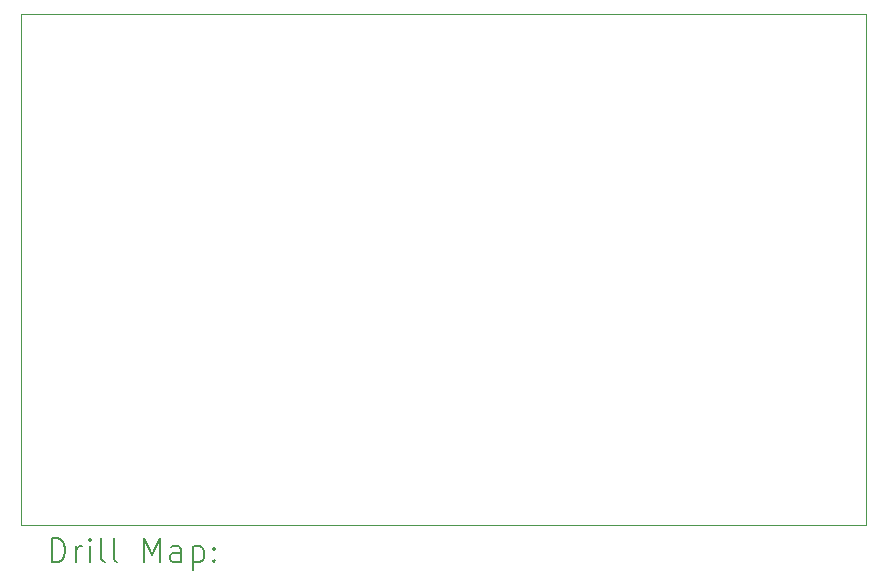
<source format=gbr>
%TF.GenerationSoftware,KiCad,Pcbnew,8.0.5*%
%TF.CreationDate,2024-12-20T12:53:45-05:00*%
%TF.ProjectId,coffee-scale,636f6666-6565-42d7-9363-616c652e6b69,rev?*%
%TF.SameCoordinates,Original*%
%TF.FileFunction,Drillmap*%
%TF.FilePolarity,Positive*%
%FSLAX45Y45*%
G04 Gerber Fmt 4.5, Leading zero omitted, Abs format (unit mm)*
G04 Created by KiCad (PCBNEW 8.0.5) date 2024-12-20 12:53:45*
%MOMM*%
%LPD*%
G01*
G04 APERTURE LIST*
%ADD10C,0.050000*%
%ADD11C,0.200000*%
G04 APERTURE END LIST*
D10*
X12775000Y-9250000D02*
X19925000Y-9250000D01*
X19925000Y-13575000D01*
X12775000Y-13575000D01*
X12775000Y-9250000D01*
D11*
X13033277Y-13888984D02*
X13033277Y-13688984D01*
X13033277Y-13688984D02*
X13080896Y-13688984D01*
X13080896Y-13688984D02*
X13109467Y-13698508D01*
X13109467Y-13698508D02*
X13128515Y-13717555D01*
X13128515Y-13717555D02*
X13138039Y-13736603D01*
X13138039Y-13736603D02*
X13147562Y-13774698D01*
X13147562Y-13774698D02*
X13147562Y-13803269D01*
X13147562Y-13803269D02*
X13138039Y-13841365D01*
X13138039Y-13841365D02*
X13128515Y-13860412D01*
X13128515Y-13860412D02*
X13109467Y-13879460D01*
X13109467Y-13879460D02*
X13080896Y-13888984D01*
X13080896Y-13888984D02*
X13033277Y-13888984D01*
X13233277Y-13888984D02*
X13233277Y-13755650D01*
X13233277Y-13793746D02*
X13242801Y-13774698D01*
X13242801Y-13774698D02*
X13252324Y-13765174D01*
X13252324Y-13765174D02*
X13271372Y-13755650D01*
X13271372Y-13755650D02*
X13290420Y-13755650D01*
X13357086Y-13888984D02*
X13357086Y-13755650D01*
X13357086Y-13688984D02*
X13347562Y-13698508D01*
X13347562Y-13698508D02*
X13357086Y-13708031D01*
X13357086Y-13708031D02*
X13366610Y-13698508D01*
X13366610Y-13698508D02*
X13357086Y-13688984D01*
X13357086Y-13688984D02*
X13357086Y-13708031D01*
X13480896Y-13888984D02*
X13461848Y-13879460D01*
X13461848Y-13879460D02*
X13452324Y-13860412D01*
X13452324Y-13860412D02*
X13452324Y-13688984D01*
X13585658Y-13888984D02*
X13566610Y-13879460D01*
X13566610Y-13879460D02*
X13557086Y-13860412D01*
X13557086Y-13860412D02*
X13557086Y-13688984D01*
X13814229Y-13888984D02*
X13814229Y-13688984D01*
X13814229Y-13688984D02*
X13880896Y-13831841D01*
X13880896Y-13831841D02*
X13947562Y-13688984D01*
X13947562Y-13688984D02*
X13947562Y-13888984D01*
X14128515Y-13888984D02*
X14128515Y-13784222D01*
X14128515Y-13784222D02*
X14118991Y-13765174D01*
X14118991Y-13765174D02*
X14099943Y-13755650D01*
X14099943Y-13755650D02*
X14061848Y-13755650D01*
X14061848Y-13755650D02*
X14042801Y-13765174D01*
X14128515Y-13879460D02*
X14109467Y-13888984D01*
X14109467Y-13888984D02*
X14061848Y-13888984D01*
X14061848Y-13888984D02*
X14042801Y-13879460D01*
X14042801Y-13879460D02*
X14033277Y-13860412D01*
X14033277Y-13860412D02*
X14033277Y-13841365D01*
X14033277Y-13841365D02*
X14042801Y-13822317D01*
X14042801Y-13822317D02*
X14061848Y-13812793D01*
X14061848Y-13812793D02*
X14109467Y-13812793D01*
X14109467Y-13812793D02*
X14128515Y-13803269D01*
X14223753Y-13755650D02*
X14223753Y-13955650D01*
X14223753Y-13765174D02*
X14242801Y-13755650D01*
X14242801Y-13755650D02*
X14280896Y-13755650D01*
X14280896Y-13755650D02*
X14299943Y-13765174D01*
X14299943Y-13765174D02*
X14309467Y-13774698D01*
X14309467Y-13774698D02*
X14318991Y-13793746D01*
X14318991Y-13793746D02*
X14318991Y-13850888D01*
X14318991Y-13850888D02*
X14309467Y-13869936D01*
X14309467Y-13869936D02*
X14299943Y-13879460D01*
X14299943Y-13879460D02*
X14280896Y-13888984D01*
X14280896Y-13888984D02*
X14242801Y-13888984D01*
X14242801Y-13888984D02*
X14223753Y-13879460D01*
X14404705Y-13869936D02*
X14414229Y-13879460D01*
X14414229Y-13879460D02*
X14404705Y-13888984D01*
X14404705Y-13888984D02*
X14395182Y-13879460D01*
X14395182Y-13879460D02*
X14404705Y-13869936D01*
X14404705Y-13869936D02*
X14404705Y-13888984D01*
X14404705Y-13765174D02*
X14414229Y-13774698D01*
X14414229Y-13774698D02*
X14404705Y-13784222D01*
X14404705Y-13784222D02*
X14395182Y-13774698D01*
X14395182Y-13774698D02*
X14404705Y-13765174D01*
X14404705Y-13765174D02*
X14404705Y-13784222D01*
M02*

</source>
